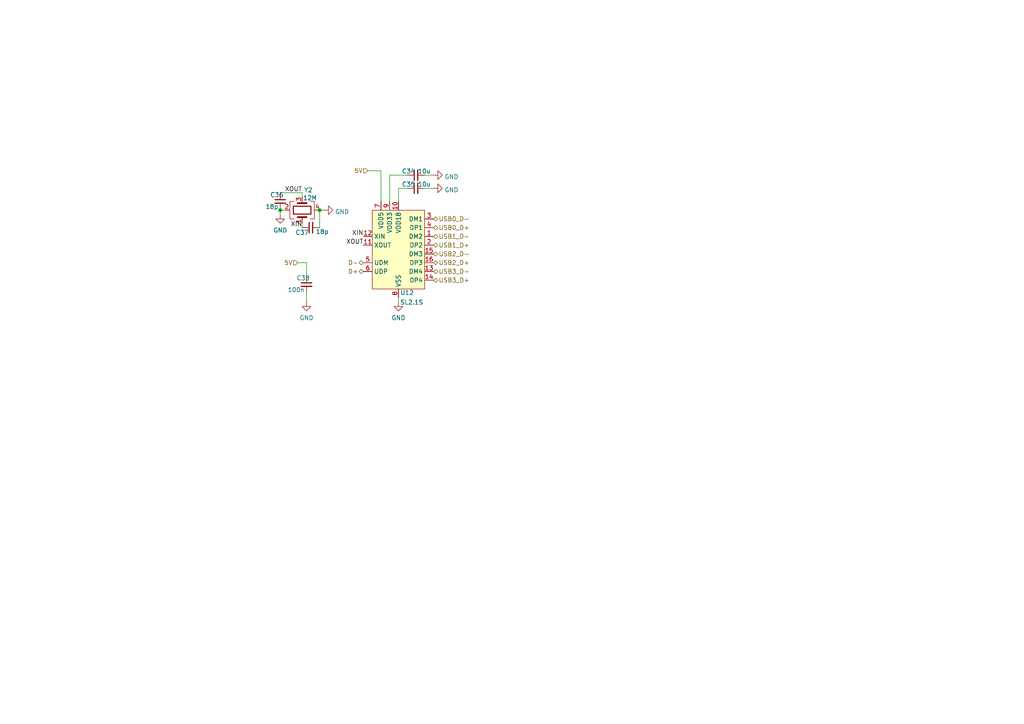
<source format=kicad_sch>
(kicad_sch (version 20211123) (generator eeschema)
  (paper "A4")
  (lib_symbols
    (symbol "Device:C_Small" (pin_numbers hide) (pin_names (offset 0.254) hide)
      (property "Reference" "C" (at 0.254 1.778 0))
      (property "Value" "C_Small" (at 0.254 -2.032 0))
      (symbol "C_Small_0_1"
        (polyline (pts (xy -1.524 -0.508) (xy 1.524 -0.508)) (stroke (width 0.3302)))
        (polyline (pts (xy -1.524 0.508) (xy 1.524 0.508)) (stroke (width 0.3048)))
      )
      (symbol "C_Small_1_1"
        (pin passive line (at 0 2.54 270) (length 2.032) (name "~") (number "1"))
        (pin passive line (at 0 -2.54 90) (length 2.032) (name "~") (number "2"))
      )
    )
    (symbol "Device:Crystal_GND24" (pin_names (offset 1.016) hide)
      (property "Reference" "Y" (at 3.175 5.08 0))
      (property "Value" "Crystal_GND24" (at 3.175 3.175 0))
      (symbol "Crystal_GND24_0_1"
        (rectangle (start -1.143 2.54) (end 1.143 -2.54) (stroke (width 0.3048)))
        (polyline (pts (xy -2.54 0) (xy -2.032 0)))
        (polyline (pts (xy -2.032 -1.27) (xy -2.032 1.27)) (stroke (width 0.508)))
        (polyline (pts (xy 0 -3.81) (xy 0 -3.556)))
        (polyline (pts (xy 0 3.556) (xy 0 3.81)))
        (polyline (pts (xy 2.032 -1.27) (xy 2.032 1.27)) (stroke (width 0.508)))
        (polyline (pts (xy 2.032 0) (xy 2.54 0)))
        (polyline (pts (xy -2.54 -2.286) (xy -2.54 -3.556) (xy 2.54 -3.556) (xy 2.54 -2.286)))
        (polyline (pts (xy -2.54 2.286) (xy -2.54 3.556) (xy 2.54 3.556) (xy 2.54 2.286)))
      )
      (symbol "Crystal_GND24_1_1"
        (pin passive line (at -3.81 0 0) (length 1.27) (name "1") (number "1"))
        (pin passive line (at 0 5.08 270) (length 1.27) (name "2") (number "2"))
        (pin passive line (at 3.81 0 180) (length 1.27) (name "3") (number "3"))
        (pin passive line (at 0 -5.08 90) (length 1.27) (name "4") (number "4"))
      )
    )
    (symbol "MyLib:SL2.1S"
      (property "Reference" "U" (at 5.08 11.176 0))
      (property "Value" "SL2.1S" (at -11.684 12.7 0))
      (symbol "SL2.1S_0_1"
        (rectangle (start -7.62 10.16) (end 7.62 -12.7) (stroke (width 0.1524)) (fill (type background)))
      )
      (symbol "SL2.1S_1_1"
        (pin bidirectional line (at 10.16 2.54 180) (length 2.54) (name "DM2") (number "1"))
        (pin power_in line (at 0 12.7 270) (length 2.54) (name "VDD18") (number "10"))
        (pin input line (at -10.16 0 0) (length 2.54) (name "XOUT") (number "11"))
        (pin input line (at -10.16 2.54 0) (length 2.54) (name "XIN") (number "12"))
        (pin bidirectional line (at 10.16 -7.62 180) (length 2.54) (name "DM4") (number "13"))
        (pin bidirectional line (at 10.16 -10.16 180) (length 2.54) (name "DP4") (number "14"))
        (pin bidirectional line (at 10.16 -2.54 180) (length 2.54) (name "DM3") (number "15"))
        (pin bidirectional line (at 10.16 -5.08 180) (length 2.54) (name "DP3") (number "16"))
        (pin bidirectional line (at 10.16 0 180) (length 2.54) (name "DP2") (number "2"))
        (pin bidirectional line (at 10.16 7.62 180) (length 2.54) (name "DM1") (number "3"))
        (pin bidirectional line (at 10.16 5.08 180) (length 2.54) (name "DP1") (number "4"))
        (pin bidirectional line (at -10.16 -5.08 0) (length 2.54) (name "UDM") (number "5"))
        (pin bidirectional line (at -10.16 -7.62 0) (length 2.54) (name "UDP") (number "6"))
        (pin power_in line (at -5.08 12.7 270) (length 2.54) (name "VDD5") (number "7"))
        (pin power_in line (at 0 -15.24 90) (length 2.54) (name "VSS") (number "8"))
        (pin power_in line (at -2.54 12.7 270) (length 2.54) (name "VDD33") (number "9"))
      )
    )
    (symbol "power:GND" (power) (pin_names (offset 0))
      (property "Value" "GND" (at 0 -3.81 0))
      (symbol "GND_0_1"
        (polyline (pts (xy 0 0) (xy 0 -1.27) (xy 1.27 -1.27) (xy 0 -2.54) (xy -1.27 -1.27) (xy 0 -1.27)))
      )
      (symbol "GND_1_1"
        (pin power_in line (at 0 0 270) (length 0) hide (name "GND") (number "1"))
      )
    )
  )
  (junction (at 92.71 60.96))
  (junction (at 81.28 60.96))
  (wire (pts (xy 81.28 60.96) (xy 81.28 62.23)))
  (wire (pts (xy 106.68 49.53) (xy 110.49 49.53)))
  (wire (pts (xy 92.71 66.04) (xy 92.71 60.96)))
  (wire (pts (xy 92.71 60.96) (xy 93.98 60.96)))
  (wire (pts (xy 88.9 85.09) (xy 88.9 87.63)))
  (wire (pts (xy 81.28 60.96) (xy 82.55 60.96)))
  (wire (pts (xy 87.63 55.88) (xy 87.63 57.15)))
  (wire (pts (xy 123.19 50.8) (xy 125.73 50.8)))
  (wire (pts (xy 87.63 64.77) (xy 87.63 66.04)))
  (wire (pts (xy 113.03 50.8) (xy 113.03 58.42)))
  (wire (pts (xy 86.36 76.2) (xy 88.9 76.2)))
  (wire (pts (xy 118.11 50.8) (xy 113.03 50.8)))
  (wire (pts (xy 81.28 55.88) (xy 87.63 55.88)))
  (wire (pts (xy 123.19 54.61) (xy 125.73 54.61)))
  (wire (pts (xy 115.57 54.61) (xy 115.57 58.42)))
  (wire (pts (xy 115.57 86.36) (xy 115.57 87.63)))
  (wire (pts (xy 88.9 76.2) (xy 88.9 80.01)))
  (wire (pts (xy 115.57 54.61) (xy 118.11 54.61)))
  (wire (pts (xy 110.49 49.53) (xy 110.49 58.42)))
  (label "XIN" (at 87.63 66.04 180))
  (label "XOUT" (at 105.41 71.12 180))
  (label "XIN" (at 105.41 68.58 180))
  (label "XOUT" (at 87.63 55.88 180))
  (hierarchical_label "USB0_D-" (shape bidirectional) (at 125.73 63.5 0))
  (hierarchical_label "5V" (shape input) (at 106.68 49.53 180))
  (hierarchical_label "D+" (shape bidirectional) (at 105.41 78.74 180))
  (hierarchical_label "USB1_D-" (shape bidirectional) (at 125.73 68.58 0))
  (hierarchical_label "USB0_D+" (shape bidirectional) (at 125.73 66.04 0))
  (hierarchical_label "USB1_D+" (shape bidirectional) (at 125.73 71.12 0))
  (hierarchical_label "USB3_D-" (shape bidirectional) (at 125.73 78.74 0))
  (hierarchical_label "5V" (shape input) (at 86.36 76.2 180))
  (hierarchical_label "USB3_D+" (shape bidirectional) (at 125.73 81.28 0))
  (hierarchical_label "USB2_D-" (shape bidirectional) (at 125.73 73.66 0))
  (hierarchical_label "USB2_D+" (shape bidirectional) (at 125.73 76.2 0))
  (hierarchical_label "D-" (shape bidirectional) (at 105.41 76.2 180))
  (symbol (lib_id "power:GND") (at 125.73 50.8 90) (unit 1)
    (property "Reference" "#PWR067" (effects hide))
    (property "Value" "GND" (at 128.905 51.279 90) (effects (justify right)))
  )
  (symbol (lib_id "power:GND") (at 125.73 54.61 90) (unit 1)
    (property "Reference" "#PWR068" (effects hide))
    (property "Value" "GND" (at 128.905 55.089 90) (effects (justify right)))
  )
  (symbol (lib_id "Device:C_Small") (at 90.17 66.04 90) (unit 1)
    (property "Reference" "C37" (at 87.63 67.437 90))
    (property "Value" "18p" (at 93.472 67.183 90))
    (property "Footprint" "Capacitor_SMD:C_0603_1608Metric" (effects hide))
  )
  (symbol (lib_id "MyLib:SL2.1S") (at 115.57 71.12 0) (unit 1)
    (property "Reference" "U12" (at 116.0654 84.9027 0) (effects (justify left)))
    (property "Value" "SL2.1S" (at 116.0654 87.6778 0) (effects (justify left)))
    (property "Footprint" "MyLib:SL2.1S-SSOP-16" (effects hide))
  )
  (symbol (lib_id "Device:C_Small") (at 88.9 82.55 0) (unit 1)
    (property "Reference" "C38" (at 85.979 80.645 0) (effects (justify left)))
    (property "Value" "100n" (at 88.392 84.074 0) (effects (justify right)))
    (property "Footprint" "Capacitor_SMD:C_0603_1608Metric" (effects hide))
  )
  (symbol (lib_id "Device:C_Small") (at 120.65 50.8 90) (unit 1)
    (property "Reference" "C34" (at 118.491 49.657 90))
    (property "Value" "10u" (at 123.063 49.657 90))
    (property "Footprint" "Capacitor_SMD:C_0603_1608Metric" (effects hide))
  )
  (symbol (lib_id "power:GND") (at 81.28 62.23 0) (unit 1)
    (property "Reference" "#PWR070" (effects hide))
    (property "Value" "GND" (at 81.28 66.7925 0))
  )
  (symbol (lib_id "power:GND") (at 88.9 87.63 0) (unit 1)
    (property "Reference" "#PWR072" (effects hide))
    (property "Value" "GND" (at 88.9 92.1925 0))
  )
  (symbol (lib_id "Device:C_Small") (at 81.28 58.42 0) (unit 1)
    (property "Reference" "C36" (at 78.359 56.515 0) (effects (justify left)))
    (property "Value" "18p" (at 80.772 59.944 0) (effects (justify right)))
    (property "Footprint" "Capacitor_SMD:C_0603_1608Metric" (effects hide))
  )
  (symbol (lib_id "Device:C_Small") (at 120.65 54.61 90) (unit 1)
    (property "Reference" "C35" (at 118.491 53.467 90))
    (property "Value" "10u" (at 123.063 53.467 90))
    (property "Footprint" "Capacitor_SMD:C_0603_1608Metric" (effects hide))
  )
  (symbol (lib_id "power:GND") (at 93.98 60.96 90) (unit 1)
    (property "Reference" "#PWR069" (effects hide))
    (property "Value" "GND" (at 97.155 61.439 90) (effects (justify right)))
  )
  (symbol (lib_id "power:GND") (at 115.57 87.63 0) (unit 1)
    (property "Reference" "#PWR073" (effects hide))
    (property "Value" "GND" (at 115.57 92.1925 0))
  )
  (symbol (lib_id "Device:Crystal_GND24") (at 87.63 60.96 90) (unit 1)
    (property "Reference" "Y2" (at 89.408 55.118 90))
    (property "Value" "12M" (at 89.916 57.404 90))
    (property "Footprint" "Crystal:Crystal_SMD_3225-4Pin_3.2x2.5mm" (effects hide))
  )
)
</source>
